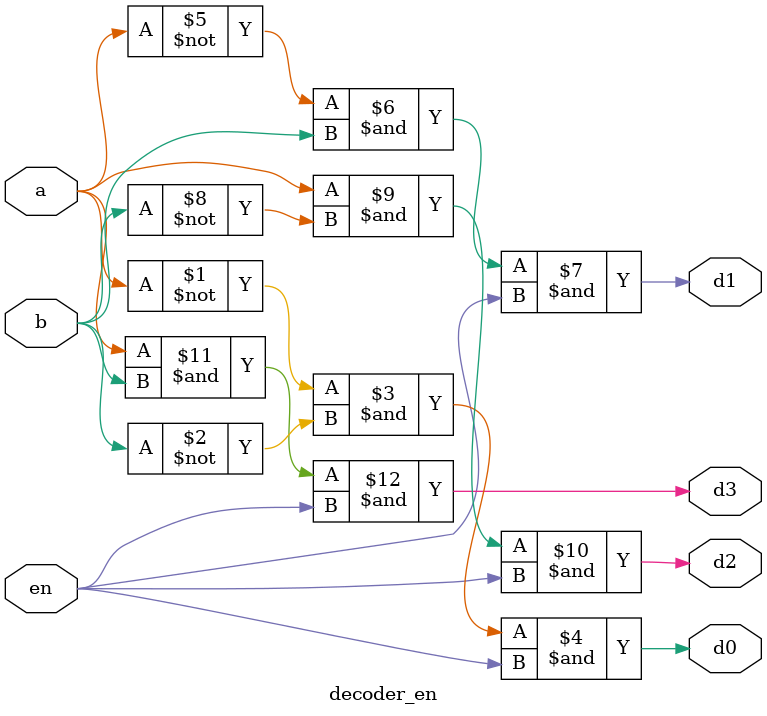
<source format=v>
module decoder_en(
  input a, b, en,
  output d0, d1, d2, d3
);
  // Continuous assignment of decoder outputs
  assign d0 = (~a) & (~b) & en;
  assign d1 = (~a) & b & en;
  assign d2 = a & (~b) & en;
  assign d3 = a & b & en;
endmodule

</source>
